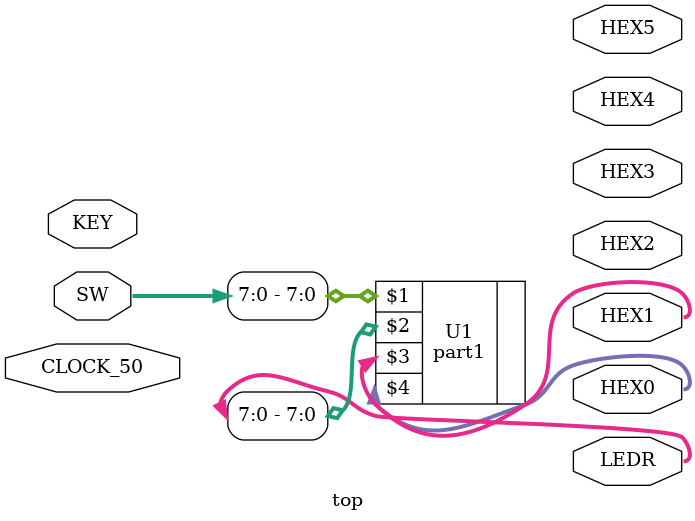
<source format=v>

module top (CLOCK_50, SW, KEY, HEX0, HEX1, HEX2, HEX3, HEX4, HEX5, LEDR);

    input CLOCK_50;             // DE-series 50 MHz clock signal
    input wire [9:0] SW;        // DE-series switches
    input wire [3:0] KEY;       // DE-series pushbuttons

    output wire [6:0] HEX0;     // DE-series HEX displays
    output wire [6:0] HEX1;
    output wire [6:0] HEX2;
    output wire [6:0] HEX3;
    output wire [6:0] HEX4;
    output wire [6:0] HEX5;

    output wire [9:0] LEDR;     // DE-series LEDs   

    part1 U1 (SW[7:0], LEDR[7:0], HEX1, HEX0);

endmodule


</source>
